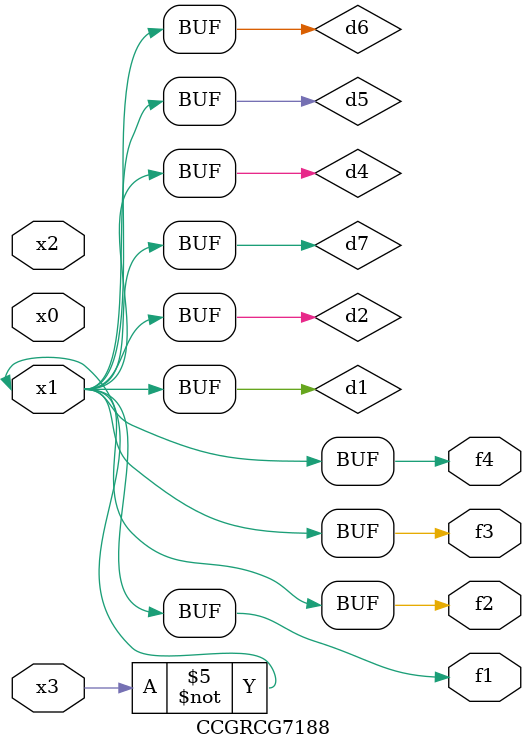
<source format=v>
module CCGRCG7188(
	input x0, x1, x2, x3,
	output f1, f2, f3, f4
);

	wire d1, d2, d3, d4, d5, d6, d7;

	not (d1, x3);
	buf (d2, x1);
	xnor (d3, d1, d2);
	nor (d4, d1);
	buf (d5, d1, d2);
	buf (d6, d4, d5);
	nand (d7, d4);
	assign f1 = d6;
	assign f2 = d7;
	assign f3 = d6;
	assign f4 = d6;
endmodule

</source>
